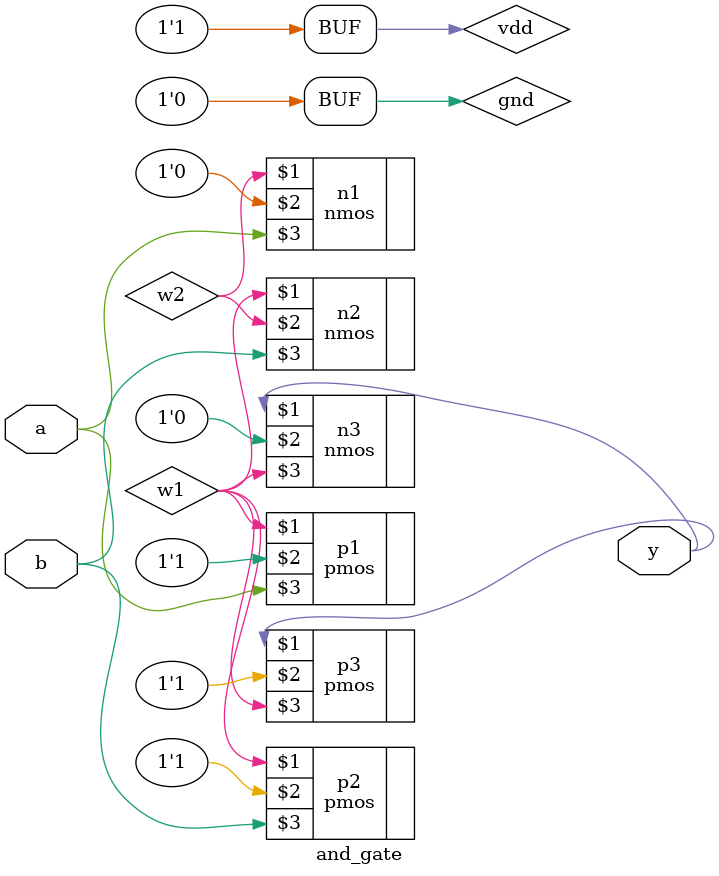
<source format=v>
module and_gate(a,b,y);
//directions
	input a,b;
	output y;
//internal signals
	wire w1;
	wire w2;
	supply1 vdd;
	supply0 gnd;
	pmos p1(w1,vdd,a);
	pmos p2(w1,vdd,b);
	pmos p3(y,vdd,w1);
	nmos n1(w2,gnd,a);
	nmos n2(w1,w2,b);
	nmos n3(y,gnd,w1);
endmodule

</source>
